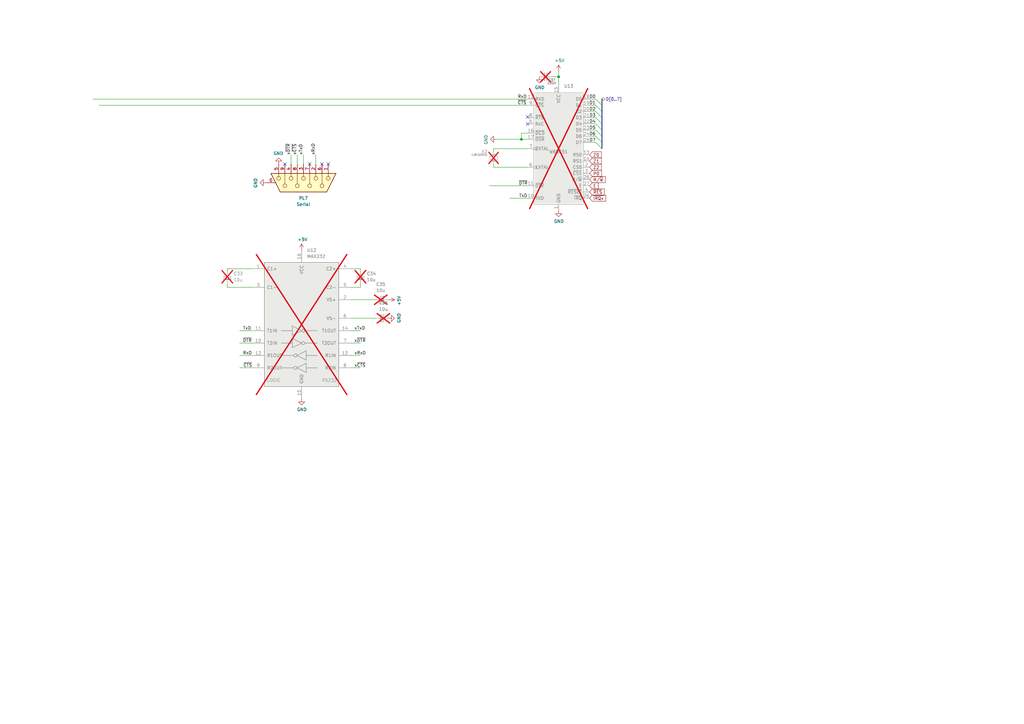
<source format=kicad_sch>
(kicad_sch (version 20231120) (generator "eeschema") (generator_version "8.0")
  (paper "A3")
  (lib_symbols
    (symbol "Connector:DE9_Receptacle_MountingHoles" (pin_names (offset 1.016) hide)
      (property "Reference" "J" (at 0 16.51 0))
      (property "Value" "DE9_Receptacle_MountingHoles" (at 0 14.605 0))
      (symbol "DE9_Receptacle_MountingHoles_0_1"
        (circle (center -1.778 -10.16) (radius 0.762))
        (circle (center -1.778 -5.08) (radius 0.762))
        (circle (center -1.778 0) (radius 0.762))
        (circle (center -1.778 5.08) (radius 0.762))
        (circle (center -1.778 10.16) (radius 0.762))
        (polyline (pts (xy -3.81 -10.16) (xy -2.54 -10.16)))
        (polyline (pts (xy -3.81 -7.62) (xy 0.508 -7.62)))
        (polyline (pts (xy -3.81 -5.08) (xy -2.54 -5.08)))
        (polyline (pts (xy -3.81 -2.54) (xy 0.508 -2.54)))
        (polyline (pts (xy -3.81 0) (xy -2.54 0)))
        (polyline (pts (xy -3.81 2.54) (xy 0.508 2.54)))
        (polyline (pts (xy -3.81 5.08) (xy -2.54 5.08)))
        (polyline (pts (xy -3.81 7.62) (xy 0.508 7.62)))
        (polyline (pts (xy -3.81 10.16) (xy -2.54 10.16)))
        (polyline (pts (xy -3.81 13.335) (xy -3.81 -13.335) (xy 3.81 -9.525) (xy 3.81 9.525) (xy -3.81 13.335)) (stroke (width 0.254)) (fill (type background)))
        (circle (center 1.27 -7.62) (radius 0.762))
        (circle (center 1.27 -2.54) (radius 0.762))
        (circle (center 1.27 2.54) (radius 0.762))
        (circle (center 1.27 7.62) (radius 0.762))
      )
      (symbol "DE9_Receptacle_MountingHoles_1_1"
        (pin passive line (at 0 -15.24 90) (length 3.81) (name "PAD") (number "0"))
        (pin passive line (at -7.62 10.16 0) (length 3.81) (name "1") (number "1"))
        (pin passive line (at -7.62 5.08 0) (length 3.81) (name "2") (number "2"))
        (pin passive line (at -7.62 0 0) (length 3.81) (name "3") (number "3"))
        (pin passive line (at -7.62 -5.08 0) (length 3.81) (name "4") (number "4"))
        (pin passive line (at -7.62 -10.16 0) (length 3.81) (name "5") (number "5"))
        (pin passive line (at -7.62 7.62 0) (length 3.81) (name "6") (number "6"))
        (pin passive line (at -7.62 2.54 0) (length 3.81) (name "7") (number "7"))
        (pin passive line (at -7.62 -2.54 0) (length 3.81) (name "8") (number "8"))
        (pin passive line (at -7.62 -7.62 0) (length 3.81) (name "9") (number "9"))
      )
    )
    (symbol "Device:C_Polarized_Small" (pin_numbers hide) (pin_names (offset 0.254) hide)
      (property "Reference" "C" (at 0.254 1.778 0))
      (property "Value" "C_Polarized_Small" (at 0.254 -2.032 0))
      (symbol "C_Polarized_Small_0_1"
        (rectangle (start -1.524 -0.3048) (end 1.524 -0.6858) (fill (type outline)))
        (rectangle (start -1.524 0.6858) (end 1.524 0.3048))
        (polyline (pts (xy -1.27 1.524) (xy -0.762 1.524)))
        (polyline (pts (xy -1.016 1.27) (xy -1.016 1.778)))
      )
      (symbol "C_Polarized_Small_1_1"
        (pin passive line (at 0 2.54 270) (length 1.8542) (name "~") (number "1"))
        (pin passive line (at 0 -2.54 90) (length 1.8542) (name "~") (number "2"))
      )
    )
    (symbol "Device:C_Small" (pin_numbers hide) (pin_names (offset 0.254) hide)
      (property "Reference" "C" (at 0.254 1.778 0))
      (property "Value" "C_Small" (at 0.254 -2.032 0))
      (symbol "C_Small_0_1"
        (polyline (pts (xy -1.524 -0.508) (xy 1.524 -0.508)) (stroke (width 0.3302)))
        (polyline (pts (xy -1.524 0.508) (xy 1.524 0.508)) (stroke (width 0.3048)))
      )
      (symbol "C_Small_1_1"
        (pin passive line (at 0 2.54 270) (length 2.032) (name "~") (number "1"))
        (pin passive line (at 0 -2.54 90) (length 2.032) (name "~") (number "2"))
      )
    )
    (symbol "Device:Crystal_Small" (pin_numbers hide) (pin_names (offset 1.016) hide)
      (property "Reference" "Y" (at 0 2.54 0))
      (property "Value" "Crystal_Small" (at 0 -2.54 0))
      (symbol "Crystal_Small_0_1"
        (rectangle (start -0.762 -1.524) (end 0.762 1.524))
        (polyline (pts (xy -1.27 -0.762) (xy -1.27 0.762)) (stroke (width 0.381)))
        (polyline (pts (xy 1.27 -0.762) (xy 1.27 0.762)) (stroke (width 0.381)))
      )
      (symbol "Crystal_Small_1_1"
        (pin passive line (at -2.54 0 0) (length 1.27) (name "1") (number "1"))
        (pin passive line (at 2.54 0 180) (length 1.27) (name "2") (number "2"))
      )
    )
    (symbol "Interface_UART:MAX232" (pin_names (offset 1.016))
      (property "Reference" "U" (at -2.54 28.575 0))
      (property "Value" "MAX232" (at -2.54 26.67 0))
      (symbol "MAX232_0_0"
        (text "LOGIC" (at -11.43 -22.86 0) (effects (font (size 1.27 1.27))))
        (text "RS232" (at 11.43 -22.86 0) (effects (font (size 1.27 1.27))))
      )
      (symbol "MAX232_0_1"
        (rectangle (start -15.24 -25.4) (end 15.24 25.4) (stroke (width 0.254)) (fill (type background)))
        (circle (center -2.54 -17.78) (radius 0.635) (stroke (width 0.254)))
        (circle (center -2.54 -12.7) (radius 0.635) (stroke (width 0.254)))
        (polyline (pts (xy -3.81 -7.62) (xy -8.255 -7.62)) (stroke (width 0.254)))
        (polyline (pts (xy -3.81 -2.54) (xy -8.255 -2.54)) (stroke (width 0.254)))
        (polyline (pts (xy -3.175 -17.78) (xy -8.255 -17.78)) (stroke (width 0.254)))
        (polyline (pts (xy -3.175 -12.7) (xy -8.255 -12.7)) (stroke (width 0.254)))
        (polyline (pts (xy 1.27 -7.62) (xy 6.35 -7.62)) (stroke (width 0.254)))
        (polyline (pts (xy 1.27 -2.54) (xy 6.35 -2.54)) (stroke (width 0.254)))
        (polyline (pts (xy 1.905 -17.78) (xy 6.35 -17.78)) (stroke (width 0.254)))
        (polyline (pts (xy 1.905 -12.7) (xy 6.35 -12.7)) (stroke (width 0.254)))
        (polyline (pts (xy -3.81 -5.715) (xy -3.81 -9.525) (xy 0 -7.62) (xy -3.81 -5.715)) (stroke (width 0.254)))
        (polyline (pts (xy -3.81 -0.635) (xy -3.81 -4.445) (xy 0 -2.54) (xy -3.81 -0.635)) (stroke (width 0.254)))
        (polyline (pts (xy 1.905 -15.875) (xy 1.905 -19.685) (xy -1.905 -17.78) (xy 1.905 -15.875)) (stroke (width 0.254)))
        (polyline (pts (xy 1.905 -10.795) (xy 1.905 -14.605) (xy -1.905 -12.7) (xy 1.905 -10.795)) (stroke (width 0.254)))
        (circle (center 0.635 -7.62) (radius 0.635) (stroke (width 0.254)))
        (circle (center 0.635 -2.54) (radius 0.635) (stroke (width 0.254)))
      )
      (symbol "MAX232_1_1"
        (pin passive line (at -20.32 22.86 0) (length 5.08) (name "C1+") (number "1"))
        (pin input line (at -20.32 -7.62 0) (length 5.08) (name "T2IN") (number "10"))
        (pin input line (at -20.32 -2.54 0) (length 5.08) (name "T1IN") (number "11"))
        (pin output line (at -20.32 -12.7 0) (length 5.08) (name "R1OUT") (number "12"))
        (pin input line (at 20.32 -12.7 180) (length 5.08) (name "R1IN") (number "13"))
        (pin output line (at 20.32 -2.54 180) (length 5.08) (name "T1OUT") (number "14"))
        (pin power_in line (at 0 -30.48 90) (length 5.08) (name "GND") (number "15"))
        (pin power_in line (at 0 30.48 270) (length 5.08) (name "VCC") (number "16"))
        (pin power_out line (at 20.32 10.16 180) (length 5.08) (name "VS+") (number "2"))
        (pin passive line (at -20.32 15.24 0) (length 5.08) (name "C1-") (number "3"))
        (pin passive line (at 20.32 22.86 180) (length 5.08) (name "C2+") (number "4"))
        (pin passive line (at 20.32 15.24 180) (length 5.08) (name "C2-") (number "5"))
        (pin power_out line (at 20.32 2.54 180) (length 5.08) (name "VS-") (number "6"))
        (pin output line (at 20.32 -7.62 180) (length 5.08) (name "T2OUT") (number "7"))
        (pin input line (at 20.32 -17.78 180) (length 5.08) (name "R2IN") (number "8"))
        (pin output line (at -20.32 -17.78 0) (length 5.08) (name "R2OUT") (number "9"))
      )
    )
    (symbol "Motorola PIA:6551"
      (property "Reference" "U" (at 0 0 0))
      (symbol "6551_0_1"
        (rectangle (start -10.16 24.13) (end 10.16 -21.59) (fill (type background)))
      )
      (symbol "6551_1_1"
        (pin power_in line (at 0 -24.13 90) (length 2.54) (name "GND") (number "1"))
        (pin output line (at -12.7 -19.05 0) (length 2.54) (name "TXD") (number "10"))
        (pin output line (at -12.7 -13.97 0) (length 2.54) (name "~{DTR}") (number "11"))
        (pin input line (at -12.7 21.59 0) (length 2.54) (name "RXD") (number "12"))
        (pin input line (at 12.7 -1.27 180) (length 2.54) (name "RS0") (number "13"))
        (pin input line (at 12.7 -3.81 180) (length 2.54) (name "RS1") (number "14"))
        (pin power_in line (at 0 26.67 270) (length 2.54) (name "VCC") (number "15"))
        (pin input line (at -12.7 7.62 0) (length 2.54) (name "~{DCD}") (number "16"))
        (pin input line (at -12.7 5.08 0) (length 2.54) (name "~{DSR}") (number "17"))
        (pin tri_state line (at 12.7 21.59 180) (length 2.54) (name "D0") (number "18"))
        (pin tri_state line (at 12.7 19.05 180) (length 2.54) (name "D1") (number "19"))
        (pin input line (at 12.7 -6.35 180) (length 2.54) (name "CS0") (number "2"))
        (pin tri_state line (at 12.7 16.51 180) (length 2.54) (name "D2") (number "20"))
        (pin tri_state line (at 12.7 13.97 180) (length 2.54) (name "D3") (number "21"))
        (pin tri_state line (at 12.7 11.43 180) (length 2.54) (name "D4") (number "22"))
        (pin tri_state line (at 12.7 8.89 180) (length 2.54) (name "D5") (number "23"))
        (pin tri_state line (at 12.7 6.35 180) (length 2.54) (name "D6") (number "24"))
        (pin tri_state line (at 12.7 3.81 180) (length 2.54) (name "D7") (number "25"))
        (pin open_collector line (at 12.7 -19.05 180) (length 2.54) (name "~{IRQ}") (number "26"))
        (pin input line (at 12.7 -13.97 180) (length 2.54) (name "E") (number "27"))
        (pin input line (at 12.7 -11.43 180) (length 2.54) (name "R/~{W}") (number "28"))
        (pin input line (at 12.7 -8.89 180) (length 2.54) (name "~{CS1}") (number "3"))
        (pin input line (at 12.7 -16.51 180) (length 2.54) (name "~{RESET}") (number "4"))
        (pin input line (at -12.7 11.43 0) (length 2.54) (name "RxC") (number "5"))
        (pin output clock (at -12.7 -6.35 0) (length 2.54) (name "1XTAL") (number "6"))
        (pin input clock (at -12.7 1.27 0) (length 2.54) (name "2XTAL") (number "7"))
        (pin input line (at -12.7 13.97 0) (length 2.54) (name "~{RTS}") (number "8"))
        (pin input line (at -12.7 19.05 0) (length 2.54) (name "~{CTS}") (number "9"))
      )
    )
    (symbol "power:+5V" (power) (pin_names (offset 0))
      (property "Value" "+5V" (at 0 3.556 0))
      (symbol "+5V_0_1"
        (polyline (pts (xy -0.762 1.27) (xy 0 2.54)))
        (polyline (pts (xy 0 0) (xy 0 2.54)))
        (polyline (pts (xy 0 2.54) (xy 0.762 1.27)))
      )
      (symbol "+5V_1_1"
        (pin power_in line (at 0 0 90) (length 0) hide (name "+5V") (number "1"))
      )
    )
    (symbol "power:GND" (power) (pin_names (offset 0))
      (property "Value" "GND" (at 0 -3.81 0))
      (symbol "GND_0_1"
        (polyline (pts (xy 0 0) (xy 0 -1.27) (xy 1.27 -1.27) (xy 0 -2.54) (xy -1.27 -1.27) (xy 0 -1.27)))
      )
      (symbol "GND_1_1"
        (pin power_in line (at 0 0 270) (length 0) hide (name "GND") (number "1"))
      )
    )
  )
  (junction (at 229.108 31.496))
  (junction (at 213.868 57.15))
  (no_connect (at 132.08 67.31))
  (no_connect (at 134.62 67.31))
  (no_connect (at 116.84 67.31))
  (no_connect (at 216.408 50.8))
  (no_connect (at 216.408 48.006))
  (no_connect (at 127 67.31))
  (bus_entry (at 246.888 58.42) (size -2.54 -2.54))
  (bus_entry (at 246.888 45.72) (size -2.54 -2.54))
  (bus_entry (at 246.888 53.34) (size -2.54 -2.54))
  (bus_entry (at 246.888 50.8) (size -2.54 -2.54))
  (bus_entry (at 246.888 55.88) (size -2.54 -2.54))
  (bus_entry (at 246.888 60.96) (size -2.54 -2.54))
  (bus_entry (at 246.888 48.26) (size -2.54 -2.54))
  (bus_entry (at 246.888 43.18) (size -2.54 -2.54))
  (wire (pts (xy 229.108 31.496) (xy 229.108 29.21)))
  (wire (pts (xy 93.218 110.236) (xy 93.218 111.506)))
  (wire (pts (xy 244.348 43.18) (xy 241.808 43.18)))
  (bus (pts (xy 246.888 48.26) (xy 246.888 45.72)))
  (wire (pts (xy 144.018 140.716) (xy 147.828 140.716)))
  (bus (pts (xy 246.888 50.8) (xy 246.888 48.26)))
  (wire (pts (xy 144.018 145.796) (xy 147.828 145.796)))
  (wire (pts (xy 210.8082 81.28) (xy 216.408 81.28)))
  (wire (pts (xy 213.868 57.15) (xy 203.708 57.15)))
  (wire (pts (xy 244.348 58.42) (xy 241.808 58.42)))
  (wire (pts (xy 202.438 67.31) (xy 202.438 68.58)))
  (wire (pts (xy 244.348 55.88) (xy 241.808 55.88)))
  (wire (pts (xy 144.018 117.856) (xy 147.828 117.856)))
  (wire (pts (xy 103.378 110.236) (xy 93.218 110.236)))
  (wire (pts (xy 38.1 40.64) (xy 216.408 40.64)))
  (bus (pts (xy 246.888 58.42) (xy 246.888 60.96)))
  (wire (pts (xy 244.348 48.26) (xy 241.808 48.26)))
  (wire (pts (xy 202.438 60.96) (xy 202.438 62.23)))
  (wire (pts (xy 98.298 150.876) (xy 103.378 150.876)))
  (wire (pts (xy 229.108 31.496) (xy 229.108 35.56)))
  (wire (pts (xy 144.018 135.636) (xy 147.828 135.636)))
  (wire (pts (xy 144.018 150.876) (xy 147.828 150.876)))
  (wire (pts (xy 216.408 57.15) (xy 213.868 57.15)))
  (wire (pts (xy 98.298 135.636) (xy 103.378 135.636)))
  (wire (pts (xy 124.46 63.5) (xy 124.46 67.31)))
  (wire (pts (xy 103.378 117.856) (xy 93.218 117.856)))
  (wire (pts (xy 154.178 122.936) (xy 144.018 122.936)))
  (wire (pts (xy 244.348 40.64) (xy 241.808 40.64)))
  (bus (pts (xy 246.888 45.72) (xy 246.888 43.18)))
  (wire (pts (xy 144.018 110.236) (xy 147.828 110.236)))
  (wire (pts (xy 98.298 145.796) (xy 103.378 145.796)))
  (wire (pts (xy 147.828 117.856) (xy 147.828 116.586)))
  (wire (pts (xy 244.348 45.72) (xy 241.808 45.72)))
  (wire (pts (xy 129.54 63.5) (xy 129.54 67.31)))
  (wire (pts (xy 244.348 50.8) (xy 241.808 50.8)))
  (wire (pts (xy 202.438 60.96) (xy 216.408 60.96)))
  (wire (pts (xy 213.868 54.61) (xy 213.868 57.15)))
  (wire (pts (xy 216.408 76.2) (xy 200.7151 76.2)))
  (wire (pts (xy 244.348 53.34) (xy 241.808 53.34)))
  (wire (pts (xy 147.828 110.236) (xy 147.828 111.506)))
  (bus (pts (xy 246.888 53.34) (xy 246.888 55.88)))
  (bus (pts (xy 246.888 53.34) (xy 246.888 50.8)))
  (wire (pts (xy 216.408 54.61) (xy 213.868 54.61)))
  (wire (pts (xy 93.218 117.856) (xy 93.218 116.586)))
  (wire (pts (xy 210.8082 81.2768) (xy 210.8082 81.28)))
  (wire (pts (xy 121.92 63.5) (xy 121.92 67.31)))
  (wire (pts (xy 202.438 68.58) (xy 216.408 68.58)))
  (wire (pts (xy 119.38 63.5) (xy 119.38 67.31)))
  (bus (pts (xy 246.888 40.64) (xy 246.888 43.18)))
  (wire (pts (xy 98.298 140.716) (xy 103.378 140.716)))
  (wire (pts (xy 154.178 130.556) (xy 144.018 130.556)))
  (wire (pts (xy 226.314 31.496) (xy 229.108 31.496)))
  (wire (pts (xy 209.1182 81.2768) (xy 210.8082 81.2768)))
  (wire (pts (xy 216.408 43.18) (xy 40.64 43.18)))
  (bus (pts (xy 246.888 58.42) (xy 246.888 55.88)))
  (label "D5" (at 244.348 53.34 180))
  (label "D0" (at 244.348 40.64 180))
  (label "x~{CTS}" (at 121.92 63.5 90))
  (label "x~{DTR}" (at 119.38 63.5 90))
  (label "xTxD" (at 145.288 135.636 0))
  (label "xRxD" (at 145.288 145.796 0))
  (label "~{DTR}" (at 212.7184 76.2 0))
  (label "xTxD" (at 124.46 63.5 90))
  (label "TxD" (at 212.8384 81.28 0))
  (label "xRxD" (at 129.54 63.5 90))
  (label "~{DTR}" (at 99.5774 140.716 0))
  (label "RxD" (at 212.2984 40.64 0))
  (label "D1" (at 244.348 43.18 180))
  (label "~{CTS}" (at 212.2984 43.18 0))
  (label "D2" (at 244.348 45.72 180))
  (label "x~{DTR}" (at 145.288 140.716 0))
  (label "D4" (at 244.348 50.8 180))
  (label "D7" (at 244.348 58.42 180))
  (label "x~{CTS}" (at 145.288 150.876 0))
  (label "~{CTS}" (at 99.7878 150.876 0))
  (label "TxD" (at 99.568 135.636 0))
  (label "RxD" (at 99.568 145.796 0))
  (label "D6" (at 244.348 55.88 180))
  (label "D3" (at 244.348 48.26 180))
  (global_label "E" (shape input) (at 241.808 76.2 0) (property "Intersheetrefs" "${INTERSHEET_REFS}" (effects (hide yes))))
  (global_label "Z0" (shape input) (at 241.808 63.5 0) (property "Intersheetrefs" "${INTERSHEET_REFS}" (effects (hide yes))))
  (global_label "P0" (shape input) (at 241.808 71.12 0) (property "Intersheetrefs" "${INTERSHEET_REFS}" (effects (hide yes))))
  (global_label "~{RES}" (shape input) (at 241.808 78.74 0) (property "Intersheetrefs" "${INTERSHEET_REFS}" (effects (hide yes))))
  (global_label "R{slash}~{W}" (shape input) (at 241.808 73.66 0) (property "Intersheetrefs" "${INTERSHEET_REFS}" (effects (hide yes))))
  (global_label "~{IRQx}" (shape input) (at 241.808 81.28 0) (property "Intersheetrefs" "${INTERSHEET_REFS}" (effects (hide yes))))
  (global_label "Z2" (shape input) (at 241.808 68.58 0) (property "Intersheetrefs" "${INTERSHEET_REFS}" (effects (hide yes))))
  (global_label "Z1" (shape input) (at 241.808 66.04 0) (property "Intersheetrefs" "${INTERSHEET_REFS}" (effects (hide yes))))
  (hierarchical_label "D[0..7]" (shape bidirectional) (at 246.888 40.64 0))
  (symbol (lib_id "Device:C_Small") (at 223.774 31.496 270) (unit 1) (dnp yes)
    (property "Reference" "C37" (at 226.314 32.766 90) (effects (font (size 0.9906 0.9906))))
    (property "Value" "100n" (at 226.314 34.036 90) (effects (font (size 0.9906 0.9906))))
    (property "Footprint" "Capacitor_SMD:C_0805_2012Metric_Pad1.18x1.45mm_HandSolder" (effects (hide yes)))
  )
  (symbol (lib_id "power:+5V") (at 229.108 29.21 0) (unit 1)
    (property "Reference" "#PWR0150" (effects (hide yes)))
    (property "Value" "+5V" (at 229.489 24.8158 0))
  )
  (symbol (lib_id "Device:C_Polarized_Small") (at 156.718 130.556 270) (unit 1) (dnp yes)
    (property "Reference" "C36" (at 157.2641 124.2815 90))
    (property "Value" "10u" (at 157.2641 126.8215 90))
    (property "Footprint" "Capacitor_SMD:CP_Elec_5x5.3" (effects (hide yes)))
    (property "DigiKey" "732-6416-1-ND" (effects (hide yes)))
  )
  (symbol (lib_id "power:GND") (at 203.708 57.15 270) (unit 1)
    (property "Reference" "#PWR0148" (effects (hide yes)))
    (property "Value" "GND" (at 199.3138 57.277 0))
  )
  (symbol (lib_id "Connector:DE9_Receptacle_MountingHoles") (at 124.46 74.93 270) (unit 1)
    (property "Reference" "PL7" (at 124.46 81.28 90))
    (property "Value" "Serial" (at 124.46 83.82 90))
    (property "Footprint" "Connector_Dsub:DSUB-9_Female_Horizontal_P2.77x2.84mm_EdgePinOffset4.94mm_Housed_MountingHolesOffset7.48mm" (effects (hide yes)))
    (property "Datasheet" " ~" (effects (hide yes)))
    (property "Description" "9-pin female receptacle socket D-SUB connector, Mounting Hole" (effects (hide yes)))
  )
  (symbol (lib_id "power:GND") (at 159.258 130.556 90) (unit 1)
    (property "Reference" "#PWR0146" (effects (hide yes)))
    (property "Value" "GND" (at 163.6522 130.429 0))
  )
  (symbol (lib_id "power:+5V") (at 159.258 122.936 270) (unit 1)
    (property "Reference" "#PWR0145" (effects (hide yes)))
    (property "Value" "+5V" (at 163.6522 123.317 0))
  )
  (symbol (lib_id "Device:C_Polarized_Small") (at 156.718 122.936 90) (mirror x) (unit 1) (dnp yes)
    (property "Reference" "C35" (at 156.1719 116.586 90))
    (property "Value" "10u" (at 156.1719 119.126 90))
    (property "Footprint" "Capacitor_SMD:CP_Elec_5x5.3" (effects (hide yes)))
    (property "DigiKey" "732-6416-1-ND" (effects (hide yes)))
  )
  (symbol (lib_id "power:GND") (at 114.3 67.31 180) (unit 1)
    (property "Reference" "#PWR060" (effects (hide yes)))
    (property "Value" "GND" (at 114.173 62.9158 0))
  )
  (symbol (lib_id "Interface_UART:MAX232") (at 123.698 133.096 0) (unit 1) (dnp yes)
    (property "Reference" "U12" (at 125.8921 102.616 0) (effects (justify left)))
    (property "Value" "MAX232" (at 125.8921 105.156 0) (effects (justify left)))
    (property "Footprint" "Package_SO:SOIC-16_3.9x9.9mm_P1.27mm" (effects (hide yes)))
    (property "Datasheet" "http://www.ti.com/lit/ds/symlink/max232.pdf" (effects (hide yes)))
    (property "DigiKey" "296-14619-1-ND" (effects (hide yes)))
  )
  (symbol (lib_id "Device:C_Polarized_Small") (at 93.218 114.046 0) (unit 1) (dnp yes)
    (property "Reference" "C33" (at 95.758 112.2299 0) (effects (justify left)))
    (property "Value" "10u" (at 95.758 114.7699 0) (effects (justify left)))
    (property "Footprint" "Capacitor_SMD:CP_Elec_5x5.3" (effects (hide yes)))
    (property "DigiKey" "732-6416-1-ND" (effects (hide yes)))
  )
  (symbol (lib_id "Device:Crystal_Small") (at 202.438 64.77 270) (mirror x) (unit 1) (dnp yes)
    (property "Reference" "X2" (at 197.358 62.23 90) (effects (justify left)))
    (property "Value" "1.8432MHz" (at 199.898 63.5 90) (effects (font (size 0.7874 0.7874)) (justify right)))
    (property "Footprint" "Crystal:Crystal_HC49-U_Vertical" (effects (hide yes)))
    (property "Datasheet" "https://abracon.com/Resonators/ab.pdf" (effects (hide yes)))
    (property "Description" "Two pin crystal, small symbol" (effects (hide yes)))
    (property "DigiKey" "535-9009-ND" (effects (hide yes)))
  )
  (symbol (lib_id "Motorola PIA:6551") (at 229.108 62.23 0) (unit 1) (dnp yes)
    (property "Reference" "U13" (at 231.3021 35.306 0) (effects (justify left)))
    (property "Value" "W65C51" (at 229.108 62.23 0))
    (property "Footprint" "Package_LCC:PLCC-28_SMD-Socket" (effects (hide yes)))
    (property "Datasheet" "https://www.westerndesigncenter.com/wdc/documentation/w65c51n.pdf" (effects (hide yes)))
  )
  (symbol (lib_id "power:GND") (at 109.22 74.93 270) (unit 1)
    (property "Reference" "#PWR061" (effects (hide yes)))
    (property "Value" "GND" (at 104.8258 75.057 0))
  )
  (symbol (lib_id "power:GND") (at 123.698 163.576 0) (unit 1)
    (property "Reference" "#PWR0142" (effects (hide yes)))
    (property "Value" "GND" (at 123.825 167.9702 0))
  )
  (symbol (lib_id "Device:C_Polarized_Small") (at 147.828 114.046 0) (unit 1) (dnp yes)
    (property "Reference" "C34" (at 150.368 112.2299 0) (effects (justify left)))
    (property "Value" "10u" (at 150.368 114.7699 0) (effects (justify left)))
    (property "Footprint" "Capacitor_SMD:CP_Elec_5x5.3" (effects (hide yes)))
    (property "Datasheet" "https://www.we-online.com/components/products/datasheet/875105359001.pdf" (effects (hide yes)))
    (property "DigiKey" "732-6416-1-ND" (effects (hide yes)))
  )
  (symbol (lib_id "power:GND") (at 221.234 31.496 0) (unit 1)
    (property "Reference" "#PWR0149" (effects (hide yes)))
    (property "Value" "GND" (at 221.361 35.8902 0))
  )
  (symbol (lib_id "power:GND") (at 229.108 86.36 0) (unit 1)
    (property "Reference" "#PWR0151" (effects (hide yes)))
    (property "Value" "GND" (at 229.235 90.7542 0))
  )
  (symbol (lib_id "power:+5V") (at 123.698 102.616 0) (unit 1)
    (property "Reference" "#PWR0141" (effects (hide yes)))
    (property "Value" "+5V" (at 124.079 98.2218 0))
  )
)
</source>
